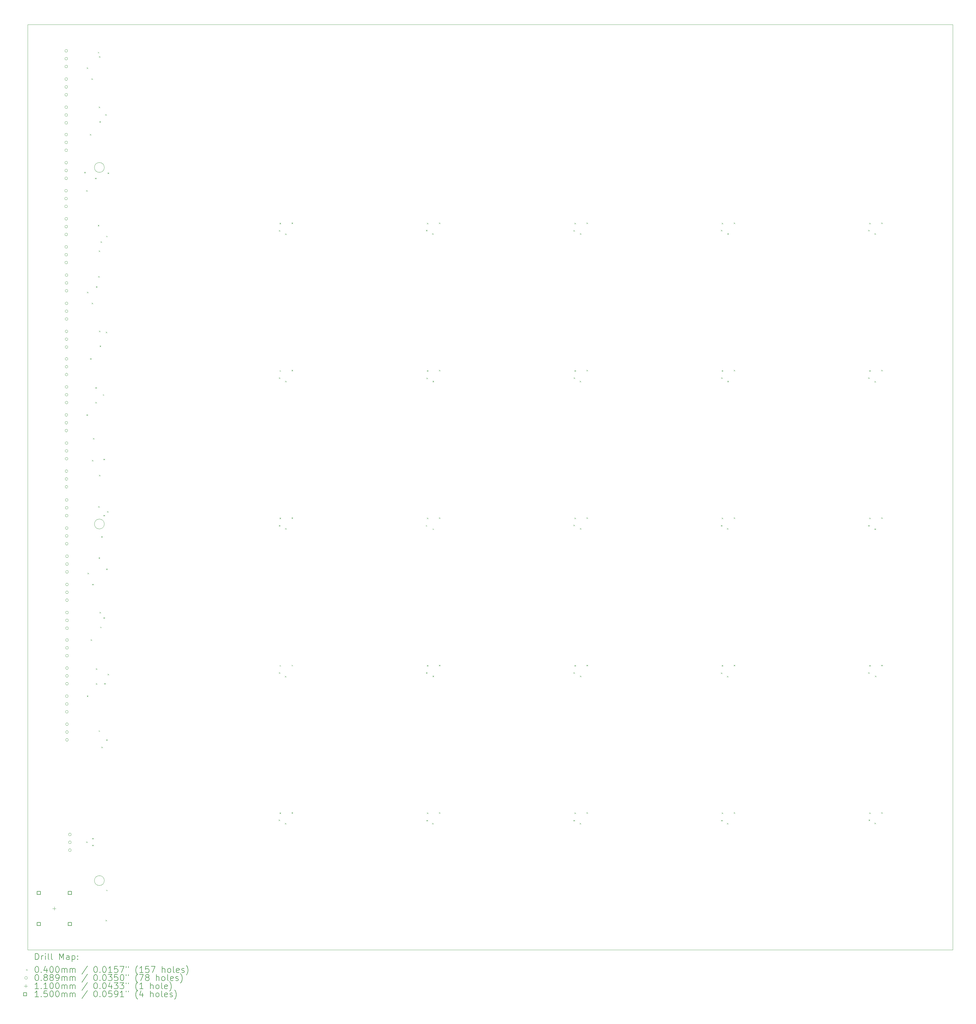
<source format=gbr>
%TF.GenerationSoftware,KiCad,Pcbnew,(6.0.8-1)-1*%
%TF.CreationDate,2024-05-09T21:57:36-04:00*%
%TF.ProjectId,Untitled,556e7469-746c-4656-942e-6b696361645f,rev?*%
%TF.SameCoordinates,Original*%
%TF.FileFunction,Drillmap*%
%TF.FilePolarity,Positive*%
%FSLAX45Y45*%
G04 Gerber Fmt 4.5, Leading zero omitted, Abs format (unit mm)*
G04 Created by KiCad (PCBNEW (6.0.8-1)-1) date 2024-05-09 21:57:36*
%MOMM*%
%LPD*%
G01*
G04 APERTURE LIST*
%ADD10C,0.100000*%
%ADD11C,0.200000*%
%ADD12C,0.040000*%
%ADD13C,0.088900*%
%ADD14C,0.110000*%
%ADD15C,0.150000*%
G04 APERTURE END LIST*
D10*
X7160000Y-30506000D02*
G75*
G03*
X7160000Y-30506000I-160000J0D01*
G01*
X4672000Y-2751000D02*
X34672000Y-2751000D01*
X34672000Y-2751000D02*
X34672000Y-32751000D01*
X34672000Y-32751000D02*
X4672000Y-32751000D01*
X4672000Y-32751000D02*
X4672000Y-2751000D01*
X7160000Y-18946000D02*
G75*
G03*
X7160000Y-18946000I-160000J0D01*
G01*
X7160000Y-7386000D02*
G75*
G03*
X7160000Y-7386000I-160000J0D01*
G01*
D11*
D12*
X6510000Y-7530000D02*
X6550000Y-7570000D01*
X6550000Y-7530000D02*
X6510000Y-7570000D01*
X6570000Y-8120000D02*
X6610000Y-8160000D01*
X6610000Y-8120000D02*
X6570000Y-8160000D01*
X6573750Y-29238750D02*
X6613750Y-29278750D01*
X6613750Y-29238750D02*
X6573750Y-29278750D01*
X6580000Y-15390000D02*
X6620000Y-15430000D01*
X6620000Y-15390000D02*
X6580000Y-15430000D01*
X6590000Y-4143751D02*
X6630000Y-4183751D01*
X6630000Y-4143751D02*
X6590000Y-4183751D01*
X6595000Y-24505000D02*
X6635000Y-24545000D01*
X6635000Y-24505000D02*
X6595000Y-24545000D01*
X6600000Y-11413751D02*
X6640000Y-11453751D01*
X6640000Y-11413751D02*
X6600000Y-11453751D01*
X6615000Y-20528751D02*
X6655000Y-20568751D01*
X6655000Y-20528751D02*
X6615000Y-20568751D01*
X6691250Y-6301250D02*
X6731250Y-6341250D01*
X6731250Y-6301250D02*
X6691250Y-6341250D01*
X6701250Y-13571250D02*
X6741250Y-13611250D01*
X6741250Y-13571250D02*
X6701250Y-13611250D01*
X6716250Y-22686250D02*
X6756250Y-22726250D01*
X6756250Y-22686250D02*
X6716250Y-22726250D01*
X6741250Y-4501250D02*
X6781250Y-4541250D01*
X6781250Y-4501250D02*
X6741250Y-4541250D01*
X6751250Y-11771250D02*
X6791250Y-11811250D01*
X6791250Y-11771250D02*
X6751250Y-11811250D01*
X6760000Y-16870000D02*
X6800000Y-16910000D01*
X6800000Y-16870000D02*
X6760000Y-16910000D01*
X6766250Y-20886250D02*
X6806250Y-20926250D01*
X6806250Y-20886250D02*
X6766250Y-20926250D01*
X6768750Y-29123750D02*
X6808750Y-29163750D01*
X6808750Y-29123750D02*
X6768750Y-29163750D01*
X6768750Y-29343750D02*
X6808750Y-29383750D01*
X6808750Y-29343750D02*
X6768750Y-29383750D01*
X6790000Y-16160000D02*
X6830000Y-16200000D01*
X6830000Y-16160000D02*
X6790000Y-16200000D01*
X6860000Y-7720000D02*
X6900000Y-7760000D01*
X6900000Y-7720000D02*
X6860000Y-7760000D01*
X6870000Y-14510000D02*
X6910000Y-14550000D01*
X6910000Y-14510000D02*
X6870000Y-14550000D01*
X6870000Y-14990000D02*
X6910000Y-15030000D01*
X6910000Y-14990000D02*
X6870000Y-15030000D01*
X6885000Y-23625000D02*
X6925000Y-23665000D01*
X6925000Y-23625000D02*
X6885000Y-23665000D01*
X6885000Y-24105000D02*
X6925000Y-24145000D01*
X6925000Y-24105000D02*
X6885000Y-24145000D01*
X6890000Y-11240000D02*
X6930000Y-11280000D01*
X6930000Y-11240000D02*
X6890000Y-11280000D01*
X6950000Y-3640000D02*
X6990000Y-3680000D01*
X6990000Y-3640000D02*
X6950000Y-3680000D01*
X6950000Y-9250000D02*
X6990000Y-9290000D01*
X6990000Y-9250000D02*
X6950000Y-9290000D01*
X6960000Y-10910000D02*
X7000000Y-10950000D01*
X7000000Y-10910000D02*
X6960000Y-10950000D01*
X6965000Y-18365000D02*
X7005000Y-18405000D01*
X7005000Y-18365000D02*
X6965000Y-18405000D01*
X6975000Y-20025000D02*
X7015000Y-20065000D01*
X7015000Y-20025000D02*
X6975000Y-20065000D01*
X6975000Y-25635000D02*
X7015000Y-25675000D01*
X7015000Y-25635000D02*
X6975000Y-25675000D01*
X6980000Y-5410000D02*
X7020000Y-5450000D01*
X7020000Y-5410000D02*
X6980000Y-5450000D01*
X6980000Y-10080000D02*
X7020000Y-10120000D01*
X7020000Y-10080000D02*
X6980000Y-10120000D01*
X6990000Y-3780000D02*
X7030000Y-3820000D01*
X7030000Y-3780000D02*
X6990000Y-3820000D01*
X6990000Y-12680000D02*
X7030000Y-12720000D01*
X7030000Y-12680000D02*
X6990000Y-12720000D01*
X6990000Y-17350000D02*
X7030000Y-17390000D01*
X7030000Y-17350000D02*
X6990000Y-17390000D01*
X7000000Y-5890000D02*
X7040000Y-5930000D01*
X7040000Y-5890000D02*
X7000000Y-5930000D01*
X7005000Y-21795000D02*
X7045000Y-21835000D01*
X7045000Y-21795000D02*
X7005000Y-21835000D01*
X7010000Y-13160000D02*
X7050000Y-13200000D01*
X7050000Y-13160000D02*
X7010000Y-13200000D01*
X7025000Y-22275000D02*
X7065000Y-22315000D01*
X7065000Y-22275000D02*
X7025000Y-22315000D01*
X7040000Y-9780000D02*
X7080000Y-9820000D01*
X7080000Y-9780000D02*
X7040000Y-9820000D01*
X7060000Y-19340000D02*
X7100000Y-19380000D01*
X7100000Y-19340000D02*
X7060000Y-19380000D01*
X7065000Y-26165000D02*
X7105000Y-26205000D01*
X7105000Y-26165000D02*
X7065000Y-26205000D01*
X7110000Y-14740000D02*
X7150000Y-14780000D01*
X7150000Y-14740000D02*
X7110000Y-14780000D01*
X7130000Y-16830000D02*
X7170000Y-16870000D01*
X7170000Y-16830000D02*
X7130000Y-16870000D01*
X7130000Y-18650000D02*
X7170000Y-18690000D01*
X7170000Y-18650000D02*
X7130000Y-18690000D01*
X7130000Y-21970000D02*
X7170000Y-22010000D01*
X7170000Y-21970000D02*
X7130000Y-22010000D01*
X7160000Y-24103750D02*
X7200000Y-24143750D01*
X7200000Y-24103750D02*
X7160000Y-24143750D01*
X7190000Y-5660000D02*
X7230000Y-5700000D01*
X7230000Y-5660000D02*
X7190000Y-5700000D01*
X7200000Y-31780000D02*
X7240000Y-31820000D01*
X7240000Y-31780000D02*
X7200000Y-31820000D01*
X7210000Y-12710000D02*
X7250000Y-12750000D01*
X7250000Y-12710000D02*
X7210000Y-12750000D01*
X7220000Y-9600000D02*
X7260000Y-9640000D01*
X7260000Y-9600000D02*
X7220000Y-9640000D01*
X7220000Y-20390000D02*
X7260000Y-20430000D01*
X7260000Y-20390000D02*
X7220000Y-20430000D01*
X7220000Y-25930000D02*
X7260000Y-25970000D01*
X7260000Y-25930000D02*
X7220000Y-25970000D01*
X7220000Y-30800000D02*
X7260000Y-30840000D01*
X7260000Y-30800000D02*
X7220000Y-30840000D01*
X7250000Y-18530000D02*
X7290000Y-18570000D01*
X7290000Y-18530000D02*
X7250000Y-18570000D01*
X7270000Y-7550000D02*
X7310000Y-7590000D01*
X7310000Y-7550000D02*
X7270000Y-7590000D01*
X7270000Y-23800000D02*
X7310000Y-23840000D01*
X7310000Y-23800000D02*
X7270000Y-23840000D01*
X12813000Y-28530000D02*
X12853000Y-28570000D01*
X12853000Y-28530000D02*
X12813000Y-28570000D01*
X12823000Y-9420000D02*
X12863000Y-9460000D01*
X12863000Y-9420000D02*
X12823000Y-9460000D01*
X12823000Y-14190000D02*
X12863000Y-14230000D01*
X12863000Y-14190000D02*
X12823000Y-14230000D01*
X12823000Y-18980000D02*
X12863000Y-19020000D01*
X12863000Y-18980000D02*
X12823000Y-19020000D01*
X12823000Y-23750000D02*
X12863000Y-23790000D01*
X12863000Y-23750000D02*
X12823000Y-23790000D01*
X12843000Y-9180000D02*
X12883000Y-9220000D01*
X12883000Y-9180000D02*
X12843000Y-9220000D01*
X12843000Y-13960000D02*
X12883000Y-14000000D01*
X12883000Y-13960000D02*
X12843000Y-14000000D01*
X12843000Y-18740000D02*
X12883000Y-18780000D01*
X12883000Y-18740000D02*
X12843000Y-18780000D01*
X12843000Y-23520000D02*
X12883000Y-23560000D01*
X12883000Y-23520000D02*
X12843000Y-23560000D01*
X12843000Y-28300000D02*
X12883000Y-28340000D01*
X12883000Y-28300000D02*
X12843000Y-28340000D01*
X13013000Y-23870000D02*
X13053000Y-23910000D01*
X13053000Y-23870000D02*
X13013000Y-23910000D01*
X13013000Y-28640000D02*
X13053000Y-28680000D01*
X13053000Y-28640000D02*
X13013000Y-28680000D01*
X13023000Y-9530000D02*
X13063000Y-9570000D01*
X13063000Y-9530000D02*
X13023000Y-9570000D01*
X13023000Y-14300000D02*
X13063000Y-14340000D01*
X13063000Y-14300000D02*
X13023000Y-14340000D01*
X13023000Y-19080000D02*
X13063000Y-19120000D01*
X13063000Y-19080000D02*
X13023000Y-19120000D01*
X13233000Y-9170000D02*
X13273000Y-9210000D01*
X13273000Y-9170000D02*
X13233000Y-9210000D01*
X13233000Y-13950000D02*
X13273000Y-13990000D01*
X13273000Y-13950000D02*
X13233000Y-13990000D01*
X13233000Y-18730000D02*
X13273000Y-18770000D01*
X13273000Y-18730000D02*
X13233000Y-18770000D01*
X13233000Y-23510000D02*
X13273000Y-23550000D01*
X13273000Y-23510000D02*
X13233000Y-23550000D01*
X13233000Y-28290000D02*
X13273000Y-28330000D01*
X13273000Y-28290000D02*
X13233000Y-28330000D01*
X17583000Y-18980000D02*
X17623000Y-19020000D01*
X17623000Y-18980000D02*
X17583000Y-19020000D01*
X17593000Y-9410000D02*
X17633000Y-9450000D01*
X17633000Y-9410000D02*
X17593000Y-9450000D01*
X17593000Y-23750000D02*
X17633000Y-23790000D01*
X17633000Y-23750000D02*
X17593000Y-23790000D01*
X17603000Y-14200000D02*
X17643000Y-14240000D01*
X17643000Y-14200000D02*
X17603000Y-14240000D01*
X17603000Y-28540000D02*
X17643000Y-28580000D01*
X17643000Y-28540000D02*
X17603000Y-28580000D01*
X17623000Y-9180000D02*
X17663000Y-9220000D01*
X17663000Y-9180000D02*
X17623000Y-9220000D01*
X17623000Y-13960000D02*
X17663000Y-14000000D01*
X17663000Y-13960000D02*
X17623000Y-14000000D01*
X17623000Y-18740000D02*
X17663000Y-18780000D01*
X17663000Y-18740000D02*
X17623000Y-18780000D01*
X17623000Y-23520000D02*
X17663000Y-23560000D01*
X17663000Y-23520000D02*
X17623000Y-23560000D01*
X17623000Y-28300000D02*
X17663000Y-28340000D01*
X17663000Y-28300000D02*
X17623000Y-28340000D01*
X17793000Y-9520000D02*
X17833000Y-9560000D01*
X17833000Y-9520000D02*
X17793000Y-9560000D01*
X17793000Y-28640000D02*
X17833000Y-28680000D01*
X17833000Y-28640000D02*
X17793000Y-28680000D01*
X17803000Y-14300000D02*
X17843000Y-14340000D01*
X17843000Y-14300000D02*
X17803000Y-14340000D01*
X17803000Y-19090000D02*
X17843000Y-19130000D01*
X17843000Y-19090000D02*
X17803000Y-19130000D01*
X17803000Y-23860000D02*
X17843000Y-23900000D01*
X17843000Y-23860000D02*
X17803000Y-23900000D01*
X18013000Y-9170000D02*
X18053000Y-9210000D01*
X18053000Y-9170000D02*
X18013000Y-9210000D01*
X18013000Y-13950000D02*
X18053000Y-13990000D01*
X18053000Y-13950000D02*
X18013000Y-13990000D01*
X18013000Y-18730000D02*
X18053000Y-18770000D01*
X18053000Y-18730000D02*
X18013000Y-18770000D01*
X18013000Y-23510000D02*
X18053000Y-23550000D01*
X18053000Y-23510000D02*
X18013000Y-23550000D01*
X18013000Y-28290000D02*
X18053000Y-28330000D01*
X18053000Y-28290000D02*
X18013000Y-28330000D01*
X22373000Y-9420000D02*
X22413000Y-9460000D01*
X22413000Y-9420000D02*
X22373000Y-9460000D01*
X22373000Y-18970000D02*
X22413000Y-19010000D01*
X22413000Y-18970000D02*
X22373000Y-19010000D01*
X22373000Y-23750000D02*
X22413000Y-23790000D01*
X22413000Y-23750000D02*
X22373000Y-23790000D01*
X22373000Y-28540000D02*
X22413000Y-28580000D01*
X22413000Y-28540000D02*
X22373000Y-28580000D01*
X22383000Y-14190000D02*
X22423000Y-14230000D01*
X22423000Y-14190000D02*
X22383000Y-14230000D01*
X22403000Y-9180000D02*
X22443000Y-9220000D01*
X22443000Y-9180000D02*
X22403000Y-9220000D01*
X22403000Y-13960000D02*
X22443000Y-14000000D01*
X22443000Y-13960000D02*
X22403000Y-14000000D01*
X22403000Y-18740000D02*
X22443000Y-18780000D01*
X22443000Y-18740000D02*
X22403000Y-18780000D01*
X22403000Y-23520000D02*
X22443000Y-23560000D01*
X22443000Y-23520000D02*
X22403000Y-23560000D01*
X22403000Y-28300000D02*
X22443000Y-28340000D01*
X22443000Y-28300000D02*
X22403000Y-28340000D01*
X22573000Y-14300000D02*
X22613000Y-14340000D01*
X22613000Y-14300000D02*
X22573000Y-14340000D01*
X22573000Y-28640000D02*
X22613000Y-28680000D01*
X22613000Y-28640000D02*
X22573000Y-28680000D01*
X22583000Y-9520000D02*
X22623000Y-9560000D01*
X22623000Y-9520000D02*
X22583000Y-9560000D01*
X22583000Y-19080000D02*
X22623000Y-19120000D01*
X22623000Y-19080000D02*
X22583000Y-19120000D01*
X22583000Y-23860000D02*
X22623000Y-23900000D01*
X22623000Y-23860000D02*
X22583000Y-23900000D01*
X22793000Y-9170000D02*
X22833000Y-9210000D01*
X22833000Y-9170000D02*
X22793000Y-9210000D01*
X22793000Y-13950000D02*
X22833000Y-13990000D01*
X22833000Y-13950000D02*
X22793000Y-13990000D01*
X22793000Y-18730000D02*
X22833000Y-18770000D01*
X22833000Y-18730000D02*
X22793000Y-18770000D01*
X22793000Y-23510000D02*
X22833000Y-23550000D01*
X22833000Y-23510000D02*
X22793000Y-23550000D01*
X22793000Y-28290000D02*
X22833000Y-28330000D01*
X22833000Y-28290000D02*
X22793000Y-28330000D01*
X27153000Y-9410000D02*
X27193000Y-9450000D01*
X27193000Y-9410000D02*
X27153000Y-9450000D01*
X27153000Y-18980000D02*
X27193000Y-19020000D01*
X27193000Y-18980000D02*
X27153000Y-19020000D01*
X27153000Y-23760000D02*
X27193000Y-23800000D01*
X27193000Y-23760000D02*
X27153000Y-23800000D01*
X27163000Y-14190000D02*
X27203000Y-14230000D01*
X27203000Y-14190000D02*
X27163000Y-14230000D01*
X27163000Y-28540000D02*
X27203000Y-28580000D01*
X27203000Y-28540000D02*
X27163000Y-28580000D01*
X27183000Y-9180000D02*
X27223000Y-9220000D01*
X27223000Y-9180000D02*
X27183000Y-9220000D01*
X27183000Y-13960000D02*
X27223000Y-14000000D01*
X27223000Y-13960000D02*
X27183000Y-14000000D01*
X27183000Y-18740000D02*
X27223000Y-18780000D01*
X27223000Y-18740000D02*
X27183000Y-18780000D01*
X27183000Y-23520000D02*
X27223000Y-23560000D01*
X27223000Y-23520000D02*
X27183000Y-23560000D01*
X27183000Y-28300000D02*
X27223000Y-28340000D01*
X27223000Y-28300000D02*
X27183000Y-28340000D01*
X27353000Y-19080000D02*
X27393000Y-19120000D01*
X27393000Y-19080000D02*
X27353000Y-19120000D01*
X27353000Y-23870000D02*
X27393000Y-23910000D01*
X27393000Y-23870000D02*
X27353000Y-23910000D01*
X27353000Y-28640000D02*
X27393000Y-28680000D01*
X27393000Y-28640000D02*
X27353000Y-28680000D01*
X27363000Y-9520000D02*
X27403000Y-9560000D01*
X27403000Y-9520000D02*
X27363000Y-9560000D01*
X27363000Y-14300000D02*
X27403000Y-14340000D01*
X27403000Y-14300000D02*
X27363000Y-14340000D01*
X27573000Y-9170000D02*
X27613000Y-9210000D01*
X27613000Y-9170000D02*
X27573000Y-9210000D01*
X27573000Y-13950000D02*
X27613000Y-13990000D01*
X27613000Y-13950000D02*
X27573000Y-13990000D01*
X27573000Y-18730000D02*
X27613000Y-18770000D01*
X27613000Y-18730000D02*
X27573000Y-18770000D01*
X27573000Y-23510000D02*
X27613000Y-23550000D01*
X27613000Y-23510000D02*
X27573000Y-23550000D01*
X27573000Y-28290000D02*
X27613000Y-28330000D01*
X27613000Y-28290000D02*
X27573000Y-28330000D01*
X31933000Y-9410000D02*
X31973000Y-9450000D01*
X31973000Y-9410000D02*
X31933000Y-9450000D01*
X31933000Y-14190000D02*
X31973000Y-14230000D01*
X31973000Y-14190000D02*
X31933000Y-14230000D01*
X31933000Y-18980000D02*
X31973000Y-19020000D01*
X31973000Y-18980000D02*
X31933000Y-19020000D01*
X31933000Y-23750000D02*
X31973000Y-23790000D01*
X31973000Y-23750000D02*
X31933000Y-23790000D01*
X31943000Y-28530000D02*
X31983000Y-28570000D01*
X31983000Y-28530000D02*
X31943000Y-28570000D01*
X31963000Y-9180000D02*
X32003000Y-9220000D01*
X32003000Y-9180000D02*
X31963000Y-9220000D01*
X31963000Y-13960000D02*
X32003000Y-14000000D01*
X32003000Y-13960000D02*
X31963000Y-14000000D01*
X31963000Y-18740000D02*
X32003000Y-18780000D01*
X32003000Y-18740000D02*
X31963000Y-18780000D01*
X31963000Y-23520000D02*
X32003000Y-23560000D01*
X32003000Y-23520000D02*
X31963000Y-23560000D01*
X31963000Y-28300000D02*
X32003000Y-28340000D01*
X32003000Y-28300000D02*
X31963000Y-28340000D01*
X32133000Y-9520000D02*
X32173000Y-9560000D01*
X32173000Y-9520000D02*
X32133000Y-9560000D01*
X32133000Y-14310000D02*
X32173000Y-14350000D01*
X32173000Y-14310000D02*
X32133000Y-14350000D01*
X32133000Y-19090000D02*
X32173000Y-19130000D01*
X32173000Y-19090000D02*
X32133000Y-19130000D01*
X32133000Y-28630000D02*
X32173000Y-28670000D01*
X32173000Y-28630000D02*
X32133000Y-28670000D01*
X32153000Y-23860000D02*
X32193000Y-23900000D01*
X32193000Y-23860000D02*
X32153000Y-23900000D01*
X32353000Y-9170000D02*
X32393000Y-9210000D01*
X32393000Y-9170000D02*
X32353000Y-9210000D01*
X32353000Y-13950000D02*
X32393000Y-13990000D01*
X32393000Y-13950000D02*
X32353000Y-13990000D01*
X32353000Y-18730000D02*
X32393000Y-18770000D01*
X32393000Y-18730000D02*
X32353000Y-18770000D01*
X32353000Y-23510000D02*
X32393000Y-23550000D01*
X32393000Y-23510000D02*
X32353000Y-23550000D01*
X32353000Y-28290000D02*
X32393000Y-28330000D01*
X32393000Y-28290000D02*
X32353000Y-28330000D01*
D13*
X5964450Y-8140000D02*
G75*
G03*
X5964450Y-8140000I-44450J0D01*
G01*
X5964450Y-8394000D02*
G75*
G03*
X5964450Y-8394000I-44450J0D01*
G01*
X5964450Y-8648000D02*
G75*
G03*
X5964450Y-8648000I-44450J0D01*
G01*
X5969460Y-3604750D02*
G75*
G03*
X5969460Y-3604750I-44450J0D01*
G01*
X5969460Y-3858750D02*
G75*
G03*
X5969460Y-3858750I-44450J0D01*
G01*
X5969460Y-4112750D02*
G75*
G03*
X5969460Y-4112750I-44450J0D01*
G01*
X5969460Y-4521250D02*
G75*
G03*
X5969460Y-4521250I-44450J0D01*
G01*
X5969460Y-4775250D02*
G75*
G03*
X5969460Y-4775250I-44450J0D01*
G01*
X5969460Y-5029250D02*
G75*
G03*
X5969460Y-5029250I-44450J0D01*
G01*
X5969460Y-5430750D02*
G75*
G03*
X5969460Y-5430750I-44450J0D01*
G01*
X5969460Y-5684750D02*
G75*
G03*
X5969460Y-5684750I-44450J0D01*
G01*
X5969460Y-5938750D02*
G75*
G03*
X5969460Y-5938750I-44450J0D01*
G01*
X5969460Y-6321250D02*
G75*
G03*
X5969460Y-6321250I-44450J0D01*
G01*
X5969460Y-6575250D02*
G75*
G03*
X5969460Y-6575250I-44450J0D01*
G01*
X5969460Y-6829250D02*
G75*
G03*
X5969460Y-6829250I-44450J0D01*
G01*
X5969460Y-7230750D02*
G75*
G03*
X5969460Y-7230750I-44450J0D01*
G01*
X5969460Y-7484750D02*
G75*
G03*
X5969460Y-7484750I-44450J0D01*
G01*
X5969460Y-7738750D02*
G75*
G03*
X5969460Y-7738750I-44450J0D01*
G01*
X5969460Y-9050750D02*
G75*
G03*
X5969460Y-9050750I-44450J0D01*
G01*
X5969460Y-9304750D02*
G75*
G03*
X5969460Y-9304750I-44450J0D01*
G01*
X5969460Y-9558750D02*
G75*
G03*
X5969460Y-9558750I-44450J0D01*
G01*
X5969460Y-9961250D02*
G75*
G03*
X5969460Y-9961250I-44450J0D01*
G01*
X5969460Y-10215250D02*
G75*
G03*
X5969460Y-10215250I-44450J0D01*
G01*
X5969460Y-10469250D02*
G75*
G03*
X5969460Y-10469250I-44450J0D01*
G01*
X5974450Y-15410000D02*
G75*
G03*
X5974450Y-15410000I-44450J0D01*
G01*
X5974450Y-15664000D02*
G75*
G03*
X5974450Y-15664000I-44450J0D01*
G01*
X5974450Y-15918000D02*
G75*
G03*
X5974450Y-15918000I-44450J0D01*
G01*
X5979460Y-10874750D02*
G75*
G03*
X5979460Y-10874750I-44450J0D01*
G01*
X5979460Y-11128750D02*
G75*
G03*
X5979460Y-11128750I-44450J0D01*
G01*
X5979460Y-11382750D02*
G75*
G03*
X5979460Y-11382750I-44450J0D01*
G01*
X5979460Y-11791250D02*
G75*
G03*
X5979460Y-11791250I-44450J0D01*
G01*
X5979460Y-12045250D02*
G75*
G03*
X5979460Y-12045250I-44450J0D01*
G01*
X5979460Y-12299250D02*
G75*
G03*
X5979460Y-12299250I-44450J0D01*
G01*
X5979460Y-12700750D02*
G75*
G03*
X5979460Y-12700750I-44450J0D01*
G01*
X5979460Y-12954750D02*
G75*
G03*
X5979460Y-12954750I-44450J0D01*
G01*
X5979460Y-13208750D02*
G75*
G03*
X5979460Y-13208750I-44450J0D01*
G01*
X5979460Y-13591250D02*
G75*
G03*
X5979460Y-13591250I-44450J0D01*
G01*
X5979460Y-13845250D02*
G75*
G03*
X5979460Y-13845250I-44450J0D01*
G01*
X5979460Y-14099250D02*
G75*
G03*
X5979460Y-14099250I-44450J0D01*
G01*
X5979460Y-14500750D02*
G75*
G03*
X5979460Y-14500750I-44450J0D01*
G01*
X5979460Y-14754750D02*
G75*
G03*
X5979460Y-14754750I-44450J0D01*
G01*
X5979460Y-15008750D02*
G75*
G03*
X5979460Y-15008750I-44450J0D01*
G01*
X5979460Y-16320750D02*
G75*
G03*
X5979460Y-16320750I-44450J0D01*
G01*
X5979460Y-16574750D02*
G75*
G03*
X5979460Y-16574750I-44450J0D01*
G01*
X5979460Y-16828750D02*
G75*
G03*
X5979460Y-16828750I-44450J0D01*
G01*
X5979460Y-17231250D02*
G75*
G03*
X5979460Y-17231250I-44450J0D01*
G01*
X5979460Y-17485250D02*
G75*
G03*
X5979460Y-17485250I-44450J0D01*
G01*
X5979460Y-17739250D02*
G75*
G03*
X5979460Y-17739250I-44450J0D01*
G01*
X5984460Y-18165750D02*
G75*
G03*
X5984460Y-18165750I-44450J0D01*
G01*
X5984460Y-18419750D02*
G75*
G03*
X5984460Y-18419750I-44450J0D01*
G01*
X5984460Y-18673750D02*
G75*
G03*
X5984460Y-18673750I-44450J0D01*
G01*
X5984460Y-19076250D02*
G75*
G03*
X5984460Y-19076250I-44450J0D01*
G01*
X5984460Y-19330250D02*
G75*
G03*
X5984460Y-19330250I-44450J0D01*
G01*
X5984460Y-19584250D02*
G75*
G03*
X5984460Y-19584250I-44450J0D01*
G01*
X5989450Y-24525000D02*
G75*
G03*
X5989450Y-24525000I-44450J0D01*
G01*
X5989450Y-24779000D02*
G75*
G03*
X5989450Y-24779000I-44450J0D01*
G01*
X5989450Y-25033000D02*
G75*
G03*
X5989450Y-25033000I-44450J0D01*
G01*
X5994460Y-19989750D02*
G75*
G03*
X5994460Y-19989750I-44450J0D01*
G01*
X5994460Y-20243750D02*
G75*
G03*
X5994460Y-20243750I-44450J0D01*
G01*
X5994460Y-20497750D02*
G75*
G03*
X5994460Y-20497750I-44450J0D01*
G01*
X5994460Y-20906250D02*
G75*
G03*
X5994460Y-20906250I-44450J0D01*
G01*
X5994460Y-21160250D02*
G75*
G03*
X5994460Y-21160250I-44450J0D01*
G01*
X5994460Y-21414250D02*
G75*
G03*
X5994460Y-21414250I-44450J0D01*
G01*
X5994460Y-21815750D02*
G75*
G03*
X5994460Y-21815750I-44450J0D01*
G01*
X5994460Y-22069750D02*
G75*
G03*
X5994460Y-22069750I-44450J0D01*
G01*
X5994460Y-22323750D02*
G75*
G03*
X5994460Y-22323750I-44450J0D01*
G01*
X5994460Y-22706250D02*
G75*
G03*
X5994460Y-22706250I-44450J0D01*
G01*
X5994460Y-22960250D02*
G75*
G03*
X5994460Y-22960250I-44450J0D01*
G01*
X5994460Y-23214250D02*
G75*
G03*
X5994460Y-23214250I-44450J0D01*
G01*
X5994460Y-23615750D02*
G75*
G03*
X5994460Y-23615750I-44450J0D01*
G01*
X5994460Y-23869750D02*
G75*
G03*
X5994460Y-23869750I-44450J0D01*
G01*
X5994460Y-24123750D02*
G75*
G03*
X5994460Y-24123750I-44450J0D01*
G01*
X5994460Y-25435750D02*
G75*
G03*
X5994460Y-25435750I-44450J0D01*
G01*
X5994460Y-25689750D02*
G75*
G03*
X5994460Y-25689750I-44450J0D01*
G01*
X5994460Y-25943750D02*
G75*
G03*
X5994460Y-25943750I-44450J0D01*
G01*
X6088210Y-29010000D02*
G75*
G03*
X6088210Y-29010000I-44450J0D01*
G01*
X6088210Y-29264000D02*
G75*
G03*
X6088210Y-29264000I-44450J0D01*
G01*
X6088210Y-29518000D02*
G75*
G03*
X6088210Y-29518000I-44450J0D01*
G01*
D14*
X5538750Y-31353750D02*
X5538750Y-31463750D01*
X5483750Y-31408750D02*
X5593750Y-31408750D01*
D15*
X5089284Y-30959283D02*
X5089284Y-30853216D01*
X4983217Y-30853216D01*
X4983217Y-30959283D01*
X5089284Y-30959283D01*
X5089284Y-31964283D02*
X5089284Y-31858216D01*
X4983217Y-31858216D01*
X4983217Y-31964283D01*
X5089284Y-31964283D01*
X6094283Y-30959283D02*
X6094283Y-30853216D01*
X5988216Y-30853216D01*
X5988216Y-30959283D01*
X6094283Y-30959283D01*
X6094283Y-31964283D02*
X6094283Y-31858216D01*
X5988216Y-31858216D01*
X5988216Y-31964283D01*
X6094283Y-31964283D01*
D11*
X4924619Y-33066476D02*
X4924619Y-32866476D01*
X4972238Y-32866476D01*
X5000810Y-32876000D01*
X5019857Y-32895048D01*
X5029381Y-32914095D01*
X5038905Y-32952190D01*
X5038905Y-32980762D01*
X5029381Y-33018857D01*
X5019857Y-33037905D01*
X5000810Y-33056952D01*
X4972238Y-33066476D01*
X4924619Y-33066476D01*
X5124619Y-33066476D02*
X5124619Y-32933143D01*
X5124619Y-32971238D02*
X5134143Y-32952190D01*
X5143667Y-32942667D01*
X5162714Y-32933143D01*
X5181762Y-32933143D01*
X5248429Y-33066476D02*
X5248429Y-32933143D01*
X5248429Y-32866476D02*
X5238905Y-32876000D01*
X5248429Y-32885524D01*
X5257952Y-32876000D01*
X5248429Y-32866476D01*
X5248429Y-32885524D01*
X5372238Y-33066476D02*
X5353190Y-33056952D01*
X5343667Y-33037905D01*
X5343667Y-32866476D01*
X5477000Y-33066476D02*
X5457952Y-33056952D01*
X5448429Y-33037905D01*
X5448429Y-32866476D01*
X5705571Y-33066476D02*
X5705571Y-32866476D01*
X5772238Y-33009333D01*
X5838905Y-32866476D01*
X5838905Y-33066476D01*
X6019857Y-33066476D02*
X6019857Y-32961714D01*
X6010333Y-32942667D01*
X5991286Y-32933143D01*
X5953190Y-32933143D01*
X5934143Y-32942667D01*
X6019857Y-33056952D02*
X6000809Y-33066476D01*
X5953190Y-33066476D01*
X5934143Y-33056952D01*
X5924619Y-33037905D01*
X5924619Y-33018857D01*
X5934143Y-32999809D01*
X5953190Y-32990286D01*
X6000809Y-32990286D01*
X6019857Y-32980762D01*
X6115095Y-32933143D02*
X6115095Y-33133143D01*
X6115095Y-32942667D02*
X6134143Y-32933143D01*
X6172238Y-32933143D01*
X6191286Y-32942667D01*
X6200809Y-32952190D01*
X6210333Y-32971238D01*
X6210333Y-33028381D01*
X6200809Y-33047428D01*
X6191286Y-33056952D01*
X6172238Y-33066476D01*
X6134143Y-33066476D01*
X6115095Y-33056952D01*
X6296048Y-33047428D02*
X6305571Y-33056952D01*
X6296048Y-33066476D01*
X6286524Y-33056952D01*
X6296048Y-33047428D01*
X6296048Y-33066476D01*
X6296048Y-32942667D02*
X6305571Y-32952190D01*
X6296048Y-32961714D01*
X6286524Y-32952190D01*
X6296048Y-32942667D01*
X6296048Y-32961714D01*
D12*
X4627000Y-33376000D02*
X4667000Y-33416000D01*
X4667000Y-33376000D02*
X4627000Y-33416000D01*
D11*
X4962714Y-33286476D02*
X4981762Y-33286476D01*
X5000810Y-33296000D01*
X5010333Y-33305524D01*
X5019857Y-33324571D01*
X5029381Y-33362667D01*
X5029381Y-33410286D01*
X5019857Y-33448381D01*
X5010333Y-33467428D01*
X5000810Y-33476952D01*
X4981762Y-33486476D01*
X4962714Y-33486476D01*
X4943667Y-33476952D01*
X4934143Y-33467428D01*
X4924619Y-33448381D01*
X4915095Y-33410286D01*
X4915095Y-33362667D01*
X4924619Y-33324571D01*
X4934143Y-33305524D01*
X4943667Y-33296000D01*
X4962714Y-33286476D01*
X5115095Y-33467428D02*
X5124619Y-33476952D01*
X5115095Y-33486476D01*
X5105571Y-33476952D01*
X5115095Y-33467428D01*
X5115095Y-33486476D01*
X5296048Y-33353143D02*
X5296048Y-33486476D01*
X5248429Y-33276952D02*
X5200810Y-33419809D01*
X5324619Y-33419809D01*
X5438905Y-33286476D02*
X5457952Y-33286476D01*
X5477000Y-33296000D01*
X5486524Y-33305524D01*
X5496048Y-33324571D01*
X5505571Y-33362667D01*
X5505571Y-33410286D01*
X5496048Y-33448381D01*
X5486524Y-33467428D01*
X5477000Y-33476952D01*
X5457952Y-33486476D01*
X5438905Y-33486476D01*
X5419857Y-33476952D01*
X5410333Y-33467428D01*
X5400810Y-33448381D01*
X5391286Y-33410286D01*
X5391286Y-33362667D01*
X5400810Y-33324571D01*
X5410333Y-33305524D01*
X5419857Y-33296000D01*
X5438905Y-33286476D01*
X5629381Y-33286476D02*
X5648428Y-33286476D01*
X5667476Y-33296000D01*
X5677000Y-33305524D01*
X5686524Y-33324571D01*
X5696048Y-33362667D01*
X5696048Y-33410286D01*
X5686524Y-33448381D01*
X5677000Y-33467428D01*
X5667476Y-33476952D01*
X5648428Y-33486476D01*
X5629381Y-33486476D01*
X5610333Y-33476952D01*
X5600809Y-33467428D01*
X5591286Y-33448381D01*
X5581762Y-33410286D01*
X5581762Y-33362667D01*
X5591286Y-33324571D01*
X5600809Y-33305524D01*
X5610333Y-33296000D01*
X5629381Y-33286476D01*
X5781762Y-33486476D02*
X5781762Y-33353143D01*
X5781762Y-33372190D02*
X5791286Y-33362667D01*
X5810333Y-33353143D01*
X5838905Y-33353143D01*
X5857952Y-33362667D01*
X5867476Y-33381714D01*
X5867476Y-33486476D01*
X5867476Y-33381714D02*
X5877000Y-33362667D01*
X5896048Y-33353143D01*
X5924619Y-33353143D01*
X5943667Y-33362667D01*
X5953190Y-33381714D01*
X5953190Y-33486476D01*
X6048428Y-33486476D02*
X6048428Y-33353143D01*
X6048428Y-33372190D02*
X6057952Y-33362667D01*
X6077000Y-33353143D01*
X6105571Y-33353143D01*
X6124619Y-33362667D01*
X6134143Y-33381714D01*
X6134143Y-33486476D01*
X6134143Y-33381714D02*
X6143667Y-33362667D01*
X6162714Y-33353143D01*
X6191286Y-33353143D01*
X6210333Y-33362667D01*
X6219857Y-33381714D01*
X6219857Y-33486476D01*
X6610333Y-33276952D02*
X6438905Y-33534095D01*
X6867476Y-33286476D02*
X6886524Y-33286476D01*
X6905571Y-33296000D01*
X6915095Y-33305524D01*
X6924619Y-33324571D01*
X6934143Y-33362667D01*
X6934143Y-33410286D01*
X6924619Y-33448381D01*
X6915095Y-33467428D01*
X6905571Y-33476952D01*
X6886524Y-33486476D01*
X6867476Y-33486476D01*
X6848428Y-33476952D01*
X6838905Y-33467428D01*
X6829381Y-33448381D01*
X6819857Y-33410286D01*
X6819857Y-33362667D01*
X6829381Y-33324571D01*
X6838905Y-33305524D01*
X6848428Y-33296000D01*
X6867476Y-33286476D01*
X7019857Y-33467428D02*
X7029381Y-33476952D01*
X7019857Y-33486476D01*
X7010333Y-33476952D01*
X7019857Y-33467428D01*
X7019857Y-33486476D01*
X7153190Y-33286476D02*
X7172238Y-33286476D01*
X7191286Y-33296000D01*
X7200809Y-33305524D01*
X7210333Y-33324571D01*
X7219857Y-33362667D01*
X7219857Y-33410286D01*
X7210333Y-33448381D01*
X7200809Y-33467428D01*
X7191286Y-33476952D01*
X7172238Y-33486476D01*
X7153190Y-33486476D01*
X7134143Y-33476952D01*
X7124619Y-33467428D01*
X7115095Y-33448381D01*
X7105571Y-33410286D01*
X7105571Y-33362667D01*
X7115095Y-33324571D01*
X7124619Y-33305524D01*
X7134143Y-33296000D01*
X7153190Y-33286476D01*
X7410333Y-33486476D02*
X7296048Y-33486476D01*
X7353190Y-33486476D02*
X7353190Y-33286476D01*
X7334143Y-33315048D01*
X7315095Y-33334095D01*
X7296048Y-33343619D01*
X7591286Y-33286476D02*
X7496048Y-33286476D01*
X7486524Y-33381714D01*
X7496048Y-33372190D01*
X7515095Y-33362667D01*
X7562714Y-33362667D01*
X7581762Y-33372190D01*
X7591286Y-33381714D01*
X7600809Y-33400762D01*
X7600809Y-33448381D01*
X7591286Y-33467428D01*
X7581762Y-33476952D01*
X7562714Y-33486476D01*
X7515095Y-33486476D01*
X7496048Y-33476952D01*
X7486524Y-33467428D01*
X7667476Y-33286476D02*
X7800809Y-33286476D01*
X7715095Y-33486476D01*
X7867476Y-33286476D02*
X7867476Y-33324571D01*
X7943667Y-33286476D02*
X7943667Y-33324571D01*
X8238905Y-33562667D02*
X8229381Y-33553143D01*
X8210333Y-33524571D01*
X8200809Y-33505524D01*
X8191286Y-33476952D01*
X8181762Y-33429333D01*
X8181762Y-33391238D01*
X8191286Y-33343619D01*
X8200809Y-33315048D01*
X8210333Y-33296000D01*
X8229381Y-33267428D01*
X8238905Y-33257905D01*
X8419857Y-33486476D02*
X8305571Y-33486476D01*
X8362714Y-33486476D02*
X8362714Y-33286476D01*
X8343667Y-33315048D01*
X8324619Y-33334095D01*
X8305571Y-33343619D01*
X8600810Y-33286476D02*
X8505571Y-33286476D01*
X8496048Y-33381714D01*
X8505571Y-33372190D01*
X8524619Y-33362667D01*
X8572238Y-33362667D01*
X8591286Y-33372190D01*
X8600810Y-33381714D01*
X8610333Y-33400762D01*
X8610333Y-33448381D01*
X8600810Y-33467428D01*
X8591286Y-33476952D01*
X8572238Y-33486476D01*
X8524619Y-33486476D01*
X8505571Y-33476952D01*
X8496048Y-33467428D01*
X8677000Y-33286476D02*
X8810333Y-33286476D01*
X8724619Y-33486476D01*
X9038905Y-33486476D02*
X9038905Y-33286476D01*
X9124619Y-33486476D02*
X9124619Y-33381714D01*
X9115095Y-33362667D01*
X9096048Y-33353143D01*
X9067476Y-33353143D01*
X9048429Y-33362667D01*
X9038905Y-33372190D01*
X9248429Y-33486476D02*
X9229381Y-33476952D01*
X9219857Y-33467428D01*
X9210333Y-33448381D01*
X9210333Y-33391238D01*
X9219857Y-33372190D01*
X9229381Y-33362667D01*
X9248429Y-33353143D01*
X9277000Y-33353143D01*
X9296048Y-33362667D01*
X9305571Y-33372190D01*
X9315095Y-33391238D01*
X9315095Y-33448381D01*
X9305571Y-33467428D01*
X9296048Y-33476952D01*
X9277000Y-33486476D01*
X9248429Y-33486476D01*
X9429381Y-33486476D02*
X9410333Y-33476952D01*
X9400810Y-33457905D01*
X9400810Y-33286476D01*
X9581762Y-33476952D02*
X9562714Y-33486476D01*
X9524619Y-33486476D01*
X9505571Y-33476952D01*
X9496048Y-33457905D01*
X9496048Y-33381714D01*
X9505571Y-33362667D01*
X9524619Y-33353143D01*
X9562714Y-33353143D01*
X9581762Y-33362667D01*
X9591286Y-33381714D01*
X9591286Y-33400762D01*
X9496048Y-33419809D01*
X9667476Y-33476952D02*
X9686524Y-33486476D01*
X9724619Y-33486476D01*
X9743667Y-33476952D01*
X9753190Y-33457905D01*
X9753190Y-33448381D01*
X9743667Y-33429333D01*
X9724619Y-33419809D01*
X9696048Y-33419809D01*
X9677000Y-33410286D01*
X9667476Y-33391238D01*
X9667476Y-33381714D01*
X9677000Y-33362667D01*
X9696048Y-33353143D01*
X9724619Y-33353143D01*
X9743667Y-33362667D01*
X9819857Y-33562667D02*
X9829381Y-33553143D01*
X9848429Y-33524571D01*
X9857952Y-33505524D01*
X9867476Y-33476952D01*
X9877000Y-33429333D01*
X9877000Y-33391238D01*
X9867476Y-33343619D01*
X9857952Y-33315048D01*
X9848429Y-33296000D01*
X9829381Y-33267428D01*
X9819857Y-33257905D01*
D13*
X4667000Y-33660000D02*
G75*
G03*
X4667000Y-33660000I-44450J0D01*
G01*
D11*
X4962714Y-33550476D02*
X4981762Y-33550476D01*
X5000810Y-33560000D01*
X5010333Y-33569524D01*
X5019857Y-33588571D01*
X5029381Y-33626667D01*
X5029381Y-33674286D01*
X5019857Y-33712381D01*
X5010333Y-33731429D01*
X5000810Y-33740952D01*
X4981762Y-33750476D01*
X4962714Y-33750476D01*
X4943667Y-33740952D01*
X4934143Y-33731429D01*
X4924619Y-33712381D01*
X4915095Y-33674286D01*
X4915095Y-33626667D01*
X4924619Y-33588571D01*
X4934143Y-33569524D01*
X4943667Y-33560000D01*
X4962714Y-33550476D01*
X5115095Y-33731429D02*
X5124619Y-33740952D01*
X5115095Y-33750476D01*
X5105571Y-33740952D01*
X5115095Y-33731429D01*
X5115095Y-33750476D01*
X5238905Y-33636190D02*
X5219857Y-33626667D01*
X5210333Y-33617143D01*
X5200810Y-33598095D01*
X5200810Y-33588571D01*
X5210333Y-33569524D01*
X5219857Y-33560000D01*
X5238905Y-33550476D01*
X5277000Y-33550476D01*
X5296048Y-33560000D01*
X5305571Y-33569524D01*
X5315095Y-33588571D01*
X5315095Y-33598095D01*
X5305571Y-33617143D01*
X5296048Y-33626667D01*
X5277000Y-33636190D01*
X5238905Y-33636190D01*
X5219857Y-33645714D01*
X5210333Y-33655238D01*
X5200810Y-33674286D01*
X5200810Y-33712381D01*
X5210333Y-33731429D01*
X5219857Y-33740952D01*
X5238905Y-33750476D01*
X5277000Y-33750476D01*
X5296048Y-33740952D01*
X5305571Y-33731429D01*
X5315095Y-33712381D01*
X5315095Y-33674286D01*
X5305571Y-33655238D01*
X5296048Y-33645714D01*
X5277000Y-33636190D01*
X5429381Y-33636190D02*
X5410333Y-33626667D01*
X5400810Y-33617143D01*
X5391286Y-33598095D01*
X5391286Y-33588571D01*
X5400810Y-33569524D01*
X5410333Y-33560000D01*
X5429381Y-33550476D01*
X5467476Y-33550476D01*
X5486524Y-33560000D01*
X5496048Y-33569524D01*
X5505571Y-33588571D01*
X5505571Y-33598095D01*
X5496048Y-33617143D01*
X5486524Y-33626667D01*
X5467476Y-33636190D01*
X5429381Y-33636190D01*
X5410333Y-33645714D01*
X5400810Y-33655238D01*
X5391286Y-33674286D01*
X5391286Y-33712381D01*
X5400810Y-33731429D01*
X5410333Y-33740952D01*
X5429381Y-33750476D01*
X5467476Y-33750476D01*
X5486524Y-33740952D01*
X5496048Y-33731429D01*
X5505571Y-33712381D01*
X5505571Y-33674286D01*
X5496048Y-33655238D01*
X5486524Y-33645714D01*
X5467476Y-33636190D01*
X5600809Y-33750476D02*
X5638905Y-33750476D01*
X5657952Y-33740952D01*
X5667476Y-33731429D01*
X5686524Y-33702857D01*
X5696048Y-33664762D01*
X5696048Y-33588571D01*
X5686524Y-33569524D01*
X5677000Y-33560000D01*
X5657952Y-33550476D01*
X5619857Y-33550476D01*
X5600809Y-33560000D01*
X5591286Y-33569524D01*
X5581762Y-33588571D01*
X5581762Y-33636190D01*
X5591286Y-33655238D01*
X5600809Y-33664762D01*
X5619857Y-33674286D01*
X5657952Y-33674286D01*
X5677000Y-33664762D01*
X5686524Y-33655238D01*
X5696048Y-33636190D01*
X5781762Y-33750476D02*
X5781762Y-33617143D01*
X5781762Y-33636190D02*
X5791286Y-33626667D01*
X5810333Y-33617143D01*
X5838905Y-33617143D01*
X5857952Y-33626667D01*
X5867476Y-33645714D01*
X5867476Y-33750476D01*
X5867476Y-33645714D02*
X5877000Y-33626667D01*
X5896048Y-33617143D01*
X5924619Y-33617143D01*
X5943667Y-33626667D01*
X5953190Y-33645714D01*
X5953190Y-33750476D01*
X6048428Y-33750476D02*
X6048428Y-33617143D01*
X6048428Y-33636190D02*
X6057952Y-33626667D01*
X6077000Y-33617143D01*
X6105571Y-33617143D01*
X6124619Y-33626667D01*
X6134143Y-33645714D01*
X6134143Y-33750476D01*
X6134143Y-33645714D02*
X6143667Y-33626667D01*
X6162714Y-33617143D01*
X6191286Y-33617143D01*
X6210333Y-33626667D01*
X6219857Y-33645714D01*
X6219857Y-33750476D01*
X6610333Y-33540952D02*
X6438905Y-33798095D01*
X6867476Y-33550476D02*
X6886524Y-33550476D01*
X6905571Y-33560000D01*
X6915095Y-33569524D01*
X6924619Y-33588571D01*
X6934143Y-33626667D01*
X6934143Y-33674286D01*
X6924619Y-33712381D01*
X6915095Y-33731429D01*
X6905571Y-33740952D01*
X6886524Y-33750476D01*
X6867476Y-33750476D01*
X6848428Y-33740952D01*
X6838905Y-33731429D01*
X6829381Y-33712381D01*
X6819857Y-33674286D01*
X6819857Y-33626667D01*
X6829381Y-33588571D01*
X6838905Y-33569524D01*
X6848428Y-33560000D01*
X6867476Y-33550476D01*
X7019857Y-33731429D02*
X7029381Y-33740952D01*
X7019857Y-33750476D01*
X7010333Y-33740952D01*
X7019857Y-33731429D01*
X7019857Y-33750476D01*
X7153190Y-33550476D02*
X7172238Y-33550476D01*
X7191286Y-33560000D01*
X7200809Y-33569524D01*
X7210333Y-33588571D01*
X7219857Y-33626667D01*
X7219857Y-33674286D01*
X7210333Y-33712381D01*
X7200809Y-33731429D01*
X7191286Y-33740952D01*
X7172238Y-33750476D01*
X7153190Y-33750476D01*
X7134143Y-33740952D01*
X7124619Y-33731429D01*
X7115095Y-33712381D01*
X7105571Y-33674286D01*
X7105571Y-33626667D01*
X7115095Y-33588571D01*
X7124619Y-33569524D01*
X7134143Y-33560000D01*
X7153190Y-33550476D01*
X7286524Y-33550476D02*
X7410333Y-33550476D01*
X7343667Y-33626667D01*
X7372238Y-33626667D01*
X7391286Y-33636190D01*
X7400809Y-33645714D01*
X7410333Y-33664762D01*
X7410333Y-33712381D01*
X7400809Y-33731429D01*
X7391286Y-33740952D01*
X7372238Y-33750476D01*
X7315095Y-33750476D01*
X7296048Y-33740952D01*
X7286524Y-33731429D01*
X7591286Y-33550476D02*
X7496048Y-33550476D01*
X7486524Y-33645714D01*
X7496048Y-33636190D01*
X7515095Y-33626667D01*
X7562714Y-33626667D01*
X7581762Y-33636190D01*
X7591286Y-33645714D01*
X7600809Y-33664762D01*
X7600809Y-33712381D01*
X7591286Y-33731429D01*
X7581762Y-33740952D01*
X7562714Y-33750476D01*
X7515095Y-33750476D01*
X7496048Y-33740952D01*
X7486524Y-33731429D01*
X7724619Y-33550476D02*
X7743667Y-33550476D01*
X7762714Y-33560000D01*
X7772238Y-33569524D01*
X7781762Y-33588571D01*
X7791286Y-33626667D01*
X7791286Y-33674286D01*
X7781762Y-33712381D01*
X7772238Y-33731429D01*
X7762714Y-33740952D01*
X7743667Y-33750476D01*
X7724619Y-33750476D01*
X7705571Y-33740952D01*
X7696048Y-33731429D01*
X7686524Y-33712381D01*
X7677000Y-33674286D01*
X7677000Y-33626667D01*
X7686524Y-33588571D01*
X7696048Y-33569524D01*
X7705571Y-33560000D01*
X7724619Y-33550476D01*
X7867476Y-33550476D02*
X7867476Y-33588571D01*
X7943667Y-33550476D02*
X7943667Y-33588571D01*
X8238905Y-33826667D02*
X8229381Y-33817143D01*
X8210333Y-33788571D01*
X8200809Y-33769524D01*
X8191286Y-33740952D01*
X8181762Y-33693333D01*
X8181762Y-33655238D01*
X8191286Y-33607619D01*
X8200809Y-33579048D01*
X8210333Y-33560000D01*
X8229381Y-33531428D01*
X8238905Y-33521905D01*
X8296048Y-33550476D02*
X8429381Y-33550476D01*
X8343667Y-33750476D01*
X8534143Y-33636190D02*
X8515095Y-33626667D01*
X8505571Y-33617143D01*
X8496048Y-33598095D01*
X8496048Y-33588571D01*
X8505571Y-33569524D01*
X8515095Y-33560000D01*
X8534143Y-33550476D01*
X8572238Y-33550476D01*
X8591286Y-33560000D01*
X8600810Y-33569524D01*
X8610333Y-33588571D01*
X8610333Y-33598095D01*
X8600810Y-33617143D01*
X8591286Y-33626667D01*
X8572238Y-33636190D01*
X8534143Y-33636190D01*
X8515095Y-33645714D01*
X8505571Y-33655238D01*
X8496048Y-33674286D01*
X8496048Y-33712381D01*
X8505571Y-33731429D01*
X8515095Y-33740952D01*
X8534143Y-33750476D01*
X8572238Y-33750476D01*
X8591286Y-33740952D01*
X8600810Y-33731429D01*
X8610333Y-33712381D01*
X8610333Y-33674286D01*
X8600810Y-33655238D01*
X8591286Y-33645714D01*
X8572238Y-33636190D01*
X8848429Y-33750476D02*
X8848429Y-33550476D01*
X8934143Y-33750476D02*
X8934143Y-33645714D01*
X8924619Y-33626667D01*
X8905571Y-33617143D01*
X8877000Y-33617143D01*
X8857952Y-33626667D01*
X8848429Y-33636190D01*
X9057952Y-33750476D02*
X9038905Y-33740952D01*
X9029381Y-33731429D01*
X9019857Y-33712381D01*
X9019857Y-33655238D01*
X9029381Y-33636190D01*
X9038905Y-33626667D01*
X9057952Y-33617143D01*
X9086524Y-33617143D01*
X9105571Y-33626667D01*
X9115095Y-33636190D01*
X9124619Y-33655238D01*
X9124619Y-33712381D01*
X9115095Y-33731429D01*
X9105571Y-33740952D01*
X9086524Y-33750476D01*
X9057952Y-33750476D01*
X9238905Y-33750476D02*
X9219857Y-33740952D01*
X9210333Y-33721905D01*
X9210333Y-33550476D01*
X9391286Y-33740952D02*
X9372238Y-33750476D01*
X9334143Y-33750476D01*
X9315095Y-33740952D01*
X9305571Y-33721905D01*
X9305571Y-33645714D01*
X9315095Y-33626667D01*
X9334143Y-33617143D01*
X9372238Y-33617143D01*
X9391286Y-33626667D01*
X9400810Y-33645714D01*
X9400810Y-33664762D01*
X9305571Y-33683810D01*
X9477000Y-33740952D02*
X9496048Y-33750476D01*
X9534143Y-33750476D01*
X9553190Y-33740952D01*
X9562714Y-33721905D01*
X9562714Y-33712381D01*
X9553190Y-33693333D01*
X9534143Y-33683810D01*
X9505571Y-33683810D01*
X9486524Y-33674286D01*
X9477000Y-33655238D01*
X9477000Y-33645714D01*
X9486524Y-33626667D01*
X9505571Y-33617143D01*
X9534143Y-33617143D01*
X9553190Y-33626667D01*
X9629381Y-33826667D02*
X9638905Y-33817143D01*
X9657952Y-33788571D01*
X9667476Y-33769524D01*
X9677000Y-33740952D01*
X9686524Y-33693333D01*
X9686524Y-33655238D01*
X9677000Y-33607619D01*
X9667476Y-33579048D01*
X9657952Y-33560000D01*
X9638905Y-33531428D01*
X9629381Y-33521905D01*
D14*
X4612000Y-33869000D02*
X4612000Y-33979000D01*
X4557000Y-33924000D02*
X4667000Y-33924000D01*
D11*
X5029381Y-34014476D02*
X4915095Y-34014476D01*
X4972238Y-34014476D02*
X4972238Y-33814476D01*
X4953190Y-33843048D01*
X4934143Y-33862095D01*
X4915095Y-33871619D01*
X5115095Y-33995429D02*
X5124619Y-34004952D01*
X5115095Y-34014476D01*
X5105571Y-34004952D01*
X5115095Y-33995429D01*
X5115095Y-34014476D01*
X5315095Y-34014476D02*
X5200810Y-34014476D01*
X5257952Y-34014476D02*
X5257952Y-33814476D01*
X5238905Y-33843048D01*
X5219857Y-33862095D01*
X5200810Y-33871619D01*
X5438905Y-33814476D02*
X5457952Y-33814476D01*
X5477000Y-33824000D01*
X5486524Y-33833524D01*
X5496048Y-33852571D01*
X5505571Y-33890667D01*
X5505571Y-33938286D01*
X5496048Y-33976381D01*
X5486524Y-33995429D01*
X5477000Y-34004952D01*
X5457952Y-34014476D01*
X5438905Y-34014476D01*
X5419857Y-34004952D01*
X5410333Y-33995429D01*
X5400810Y-33976381D01*
X5391286Y-33938286D01*
X5391286Y-33890667D01*
X5400810Y-33852571D01*
X5410333Y-33833524D01*
X5419857Y-33824000D01*
X5438905Y-33814476D01*
X5629381Y-33814476D02*
X5648428Y-33814476D01*
X5667476Y-33824000D01*
X5677000Y-33833524D01*
X5686524Y-33852571D01*
X5696048Y-33890667D01*
X5696048Y-33938286D01*
X5686524Y-33976381D01*
X5677000Y-33995429D01*
X5667476Y-34004952D01*
X5648428Y-34014476D01*
X5629381Y-34014476D01*
X5610333Y-34004952D01*
X5600809Y-33995429D01*
X5591286Y-33976381D01*
X5581762Y-33938286D01*
X5581762Y-33890667D01*
X5591286Y-33852571D01*
X5600809Y-33833524D01*
X5610333Y-33824000D01*
X5629381Y-33814476D01*
X5781762Y-34014476D02*
X5781762Y-33881143D01*
X5781762Y-33900190D02*
X5791286Y-33890667D01*
X5810333Y-33881143D01*
X5838905Y-33881143D01*
X5857952Y-33890667D01*
X5867476Y-33909714D01*
X5867476Y-34014476D01*
X5867476Y-33909714D02*
X5877000Y-33890667D01*
X5896048Y-33881143D01*
X5924619Y-33881143D01*
X5943667Y-33890667D01*
X5953190Y-33909714D01*
X5953190Y-34014476D01*
X6048428Y-34014476D02*
X6048428Y-33881143D01*
X6048428Y-33900190D02*
X6057952Y-33890667D01*
X6077000Y-33881143D01*
X6105571Y-33881143D01*
X6124619Y-33890667D01*
X6134143Y-33909714D01*
X6134143Y-34014476D01*
X6134143Y-33909714D02*
X6143667Y-33890667D01*
X6162714Y-33881143D01*
X6191286Y-33881143D01*
X6210333Y-33890667D01*
X6219857Y-33909714D01*
X6219857Y-34014476D01*
X6610333Y-33804952D02*
X6438905Y-34062095D01*
X6867476Y-33814476D02*
X6886524Y-33814476D01*
X6905571Y-33824000D01*
X6915095Y-33833524D01*
X6924619Y-33852571D01*
X6934143Y-33890667D01*
X6934143Y-33938286D01*
X6924619Y-33976381D01*
X6915095Y-33995429D01*
X6905571Y-34004952D01*
X6886524Y-34014476D01*
X6867476Y-34014476D01*
X6848428Y-34004952D01*
X6838905Y-33995429D01*
X6829381Y-33976381D01*
X6819857Y-33938286D01*
X6819857Y-33890667D01*
X6829381Y-33852571D01*
X6838905Y-33833524D01*
X6848428Y-33824000D01*
X6867476Y-33814476D01*
X7019857Y-33995429D02*
X7029381Y-34004952D01*
X7019857Y-34014476D01*
X7010333Y-34004952D01*
X7019857Y-33995429D01*
X7019857Y-34014476D01*
X7153190Y-33814476D02*
X7172238Y-33814476D01*
X7191286Y-33824000D01*
X7200809Y-33833524D01*
X7210333Y-33852571D01*
X7219857Y-33890667D01*
X7219857Y-33938286D01*
X7210333Y-33976381D01*
X7200809Y-33995429D01*
X7191286Y-34004952D01*
X7172238Y-34014476D01*
X7153190Y-34014476D01*
X7134143Y-34004952D01*
X7124619Y-33995429D01*
X7115095Y-33976381D01*
X7105571Y-33938286D01*
X7105571Y-33890667D01*
X7115095Y-33852571D01*
X7124619Y-33833524D01*
X7134143Y-33824000D01*
X7153190Y-33814476D01*
X7391286Y-33881143D02*
X7391286Y-34014476D01*
X7343667Y-33804952D02*
X7296048Y-33947810D01*
X7419857Y-33947810D01*
X7477000Y-33814476D02*
X7600809Y-33814476D01*
X7534143Y-33890667D01*
X7562714Y-33890667D01*
X7581762Y-33900190D01*
X7591286Y-33909714D01*
X7600809Y-33928762D01*
X7600809Y-33976381D01*
X7591286Y-33995429D01*
X7581762Y-34004952D01*
X7562714Y-34014476D01*
X7505571Y-34014476D01*
X7486524Y-34004952D01*
X7477000Y-33995429D01*
X7667476Y-33814476D02*
X7791286Y-33814476D01*
X7724619Y-33890667D01*
X7753190Y-33890667D01*
X7772238Y-33900190D01*
X7781762Y-33909714D01*
X7791286Y-33928762D01*
X7791286Y-33976381D01*
X7781762Y-33995429D01*
X7772238Y-34004952D01*
X7753190Y-34014476D01*
X7696048Y-34014476D01*
X7677000Y-34004952D01*
X7667476Y-33995429D01*
X7867476Y-33814476D02*
X7867476Y-33852571D01*
X7943667Y-33814476D02*
X7943667Y-33852571D01*
X8238905Y-34090667D02*
X8229381Y-34081143D01*
X8210333Y-34052571D01*
X8200809Y-34033524D01*
X8191286Y-34004952D01*
X8181762Y-33957333D01*
X8181762Y-33919238D01*
X8191286Y-33871619D01*
X8200809Y-33843048D01*
X8210333Y-33824000D01*
X8229381Y-33795429D01*
X8238905Y-33785905D01*
X8419857Y-34014476D02*
X8305571Y-34014476D01*
X8362714Y-34014476D02*
X8362714Y-33814476D01*
X8343667Y-33843048D01*
X8324619Y-33862095D01*
X8305571Y-33871619D01*
X8657952Y-34014476D02*
X8657952Y-33814476D01*
X8743667Y-34014476D02*
X8743667Y-33909714D01*
X8734143Y-33890667D01*
X8715095Y-33881143D01*
X8686524Y-33881143D01*
X8667476Y-33890667D01*
X8657952Y-33900190D01*
X8867476Y-34014476D02*
X8848429Y-34004952D01*
X8838905Y-33995429D01*
X8829381Y-33976381D01*
X8829381Y-33919238D01*
X8838905Y-33900190D01*
X8848429Y-33890667D01*
X8867476Y-33881143D01*
X8896048Y-33881143D01*
X8915095Y-33890667D01*
X8924619Y-33900190D01*
X8934143Y-33919238D01*
X8934143Y-33976381D01*
X8924619Y-33995429D01*
X8915095Y-34004952D01*
X8896048Y-34014476D01*
X8867476Y-34014476D01*
X9048429Y-34014476D02*
X9029381Y-34004952D01*
X9019857Y-33985905D01*
X9019857Y-33814476D01*
X9200810Y-34004952D02*
X9181762Y-34014476D01*
X9143667Y-34014476D01*
X9124619Y-34004952D01*
X9115095Y-33985905D01*
X9115095Y-33909714D01*
X9124619Y-33890667D01*
X9143667Y-33881143D01*
X9181762Y-33881143D01*
X9200810Y-33890667D01*
X9210333Y-33909714D01*
X9210333Y-33928762D01*
X9115095Y-33947810D01*
X9277000Y-34090667D02*
X9286524Y-34081143D01*
X9305571Y-34052571D01*
X9315095Y-34033524D01*
X9324619Y-34004952D01*
X9334143Y-33957333D01*
X9334143Y-33919238D01*
X9324619Y-33871619D01*
X9315095Y-33843048D01*
X9305571Y-33824000D01*
X9286524Y-33795429D01*
X9277000Y-33785905D01*
D15*
X4645034Y-34241034D02*
X4645034Y-34134967D01*
X4538967Y-34134967D01*
X4538967Y-34241034D01*
X4645034Y-34241034D01*
D11*
X5029381Y-34278476D02*
X4915095Y-34278476D01*
X4972238Y-34278476D02*
X4972238Y-34078476D01*
X4953190Y-34107048D01*
X4934143Y-34126095D01*
X4915095Y-34135619D01*
X5115095Y-34259429D02*
X5124619Y-34268952D01*
X5115095Y-34278476D01*
X5105571Y-34268952D01*
X5115095Y-34259429D01*
X5115095Y-34278476D01*
X5305571Y-34078476D02*
X5210333Y-34078476D01*
X5200810Y-34173714D01*
X5210333Y-34164190D01*
X5229381Y-34154667D01*
X5277000Y-34154667D01*
X5296048Y-34164190D01*
X5305571Y-34173714D01*
X5315095Y-34192762D01*
X5315095Y-34240381D01*
X5305571Y-34259429D01*
X5296048Y-34268952D01*
X5277000Y-34278476D01*
X5229381Y-34278476D01*
X5210333Y-34268952D01*
X5200810Y-34259429D01*
X5438905Y-34078476D02*
X5457952Y-34078476D01*
X5477000Y-34088000D01*
X5486524Y-34097524D01*
X5496048Y-34116571D01*
X5505571Y-34154667D01*
X5505571Y-34202286D01*
X5496048Y-34240381D01*
X5486524Y-34259429D01*
X5477000Y-34268952D01*
X5457952Y-34278476D01*
X5438905Y-34278476D01*
X5419857Y-34268952D01*
X5410333Y-34259429D01*
X5400810Y-34240381D01*
X5391286Y-34202286D01*
X5391286Y-34154667D01*
X5400810Y-34116571D01*
X5410333Y-34097524D01*
X5419857Y-34088000D01*
X5438905Y-34078476D01*
X5629381Y-34078476D02*
X5648428Y-34078476D01*
X5667476Y-34088000D01*
X5677000Y-34097524D01*
X5686524Y-34116571D01*
X5696048Y-34154667D01*
X5696048Y-34202286D01*
X5686524Y-34240381D01*
X5677000Y-34259429D01*
X5667476Y-34268952D01*
X5648428Y-34278476D01*
X5629381Y-34278476D01*
X5610333Y-34268952D01*
X5600809Y-34259429D01*
X5591286Y-34240381D01*
X5581762Y-34202286D01*
X5581762Y-34154667D01*
X5591286Y-34116571D01*
X5600809Y-34097524D01*
X5610333Y-34088000D01*
X5629381Y-34078476D01*
X5781762Y-34278476D02*
X5781762Y-34145143D01*
X5781762Y-34164190D02*
X5791286Y-34154667D01*
X5810333Y-34145143D01*
X5838905Y-34145143D01*
X5857952Y-34154667D01*
X5867476Y-34173714D01*
X5867476Y-34278476D01*
X5867476Y-34173714D02*
X5877000Y-34154667D01*
X5896048Y-34145143D01*
X5924619Y-34145143D01*
X5943667Y-34154667D01*
X5953190Y-34173714D01*
X5953190Y-34278476D01*
X6048428Y-34278476D02*
X6048428Y-34145143D01*
X6048428Y-34164190D02*
X6057952Y-34154667D01*
X6077000Y-34145143D01*
X6105571Y-34145143D01*
X6124619Y-34154667D01*
X6134143Y-34173714D01*
X6134143Y-34278476D01*
X6134143Y-34173714D02*
X6143667Y-34154667D01*
X6162714Y-34145143D01*
X6191286Y-34145143D01*
X6210333Y-34154667D01*
X6219857Y-34173714D01*
X6219857Y-34278476D01*
X6610333Y-34068952D02*
X6438905Y-34326095D01*
X6867476Y-34078476D02*
X6886524Y-34078476D01*
X6905571Y-34088000D01*
X6915095Y-34097524D01*
X6924619Y-34116571D01*
X6934143Y-34154667D01*
X6934143Y-34202286D01*
X6924619Y-34240381D01*
X6915095Y-34259429D01*
X6905571Y-34268952D01*
X6886524Y-34278476D01*
X6867476Y-34278476D01*
X6848428Y-34268952D01*
X6838905Y-34259429D01*
X6829381Y-34240381D01*
X6819857Y-34202286D01*
X6819857Y-34154667D01*
X6829381Y-34116571D01*
X6838905Y-34097524D01*
X6848428Y-34088000D01*
X6867476Y-34078476D01*
X7019857Y-34259429D02*
X7029381Y-34268952D01*
X7019857Y-34278476D01*
X7010333Y-34268952D01*
X7019857Y-34259429D01*
X7019857Y-34278476D01*
X7153190Y-34078476D02*
X7172238Y-34078476D01*
X7191286Y-34088000D01*
X7200809Y-34097524D01*
X7210333Y-34116571D01*
X7219857Y-34154667D01*
X7219857Y-34202286D01*
X7210333Y-34240381D01*
X7200809Y-34259429D01*
X7191286Y-34268952D01*
X7172238Y-34278476D01*
X7153190Y-34278476D01*
X7134143Y-34268952D01*
X7124619Y-34259429D01*
X7115095Y-34240381D01*
X7105571Y-34202286D01*
X7105571Y-34154667D01*
X7115095Y-34116571D01*
X7124619Y-34097524D01*
X7134143Y-34088000D01*
X7153190Y-34078476D01*
X7400809Y-34078476D02*
X7305571Y-34078476D01*
X7296048Y-34173714D01*
X7305571Y-34164190D01*
X7324619Y-34154667D01*
X7372238Y-34154667D01*
X7391286Y-34164190D01*
X7400809Y-34173714D01*
X7410333Y-34192762D01*
X7410333Y-34240381D01*
X7400809Y-34259429D01*
X7391286Y-34268952D01*
X7372238Y-34278476D01*
X7324619Y-34278476D01*
X7305571Y-34268952D01*
X7296048Y-34259429D01*
X7505571Y-34278476D02*
X7543667Y-34278476D01*
X7562714Y-34268952D01*
X7572238Y-34259429D01*
X7591286Y-34230857D01*
X7600809Y-34192762D01*
X7600809Y-34116571D01*
X7591286Y-34097524D01*
X7581762Y-34088000D01*
X7562714Y-34078476D01*
X7524619Y-34078476D01*
X7505571Y-34088000D01*
X7496048Y-34097524D01*
X7486524Y-34116571D01*
X7486524Y-34164190D01*
X7496048Y-34183238D01*
X7505571Y-34192762D01*
X7524619Y-34202286D01*
X7562714Y-34202286D01*
X7581762Y-34192762D01*
X7591286Y-34183238D01*
X7600809Y-34164190D01*
X7791286Y-34278476D02*
X7677000Y-34278476D01*
X7734143Y-34278476D02*
X7734143Y-34078476D01*
X7715095Y-34107048D01*
X7696048Y-34126095D01*
X7677000Y-34135619D01*
X7867476Y-34078476D02*
X7867476Y-34116571D01*
X7943667Y-34078476D02*
X7943667Y-34116571D01*
X8238905Y-34354667D02*
X8229381Y-34345143D01*
X8210333Y-34316571D01*
X8200809Y-34297524D01*
X8191286Y-34268952D01*
X8181762Y-34221333D01*
X8181762Y-34183238D01*
X8191286Y-34135619D01*
X8200809Y-34107048D01*
X8210333Y-34088000D01*
X8229381Y-34059429D01*
X8238905Y-34049905D01*
X8400810Y-34145143D02*
X8400810Y-34278476D01*
X8353190Y-34068952D02*
X8305571Y-34211810D01*
X8429381Y-34211810D01*
X8657952Y-34278476D02*
X8657952Y-34078476D01*
X8743667Y-34278476D02*
X8743667Y-34173714D01*
X8734143Y-34154667D01*
X8715095Y-34145143D01*
X8686524Y-34145143D01*
X8667476Y-34154667D01*
X8657952Y-34164190D01*
X8867476Y-34278476D02*
X8848429Y-34268952D01*
X8838905Y-34259429D01*
X8829381Y-34240381D01*
X8829381Y-34183238D01*
X8838905Y-34164190D01*
X8848429Y-34154667D01*
X8867476Y-34145143D01*
X8896048Y-34145143D01*
X8915095Y-34154667D01*
X8924619Y-34164190D01*
X8934143Y-34183238D01*
X8934143Y-34240381D01*
X8924619Y-34259429D01*
X8915095Y-34268952D01*
X8896048Y-34278476D01*
X8867476Y-34278476D01*
X9048429Y-34278476D02*
X9029381Y-34268952D01*
X9019857Y-34249905D01*
X9019857Y-34078476D01*
X9200810Y-34268952D02*
X9181762Y-34278476D01*
X9143667Y-34278476D01*
X9124619Y-34268952D01*
X9115095Y-34249905D01*
X9115095Y-34173714D01*
X9124619Y-34154667D01*
X9143667Y-34145143D01*
X9181762Y-34145143D01*
X9200810Y-34154667D01*
X9210333Y-34173714D01*
X9210333Y-34192762D01*
X9115095Y-34211810D01*
X9286524Y-34268952D02*
X9305571Y-34278476D01*
X9343667Y-34278476D01*
X9362714Y-34268952D01*
X9372238Y-34249905D01*
X9372238Y-34240381D01*
X9362714Y-34221333D01*
X9343667Y-34211810D01*
X9315095Y-34211810D01*
X9296048Y-34202286D01*
X9286524Y-34183238D01*
X9286524Y-34173714D01*
X9296048Y-34154667D01*
X9315095Y-34145143D01*
X9343667Y-34145143D01*
X9362714Y-34154667D01*
X9438905Y-34354667D02*
X9448429Y-34345143D01*
X9467476Y-34316571D01*
X9477000Y-34297524D01*
X9486524Y-34268952D01*
X9496048Y-34221333D01*
X9496048Y-34183238D01*
X9486524Y-34135619D01*
X9477000Y-34107048D01*
X9467476Y-34088000D01*
X9448429Y-34059429D01*
X9438905Y-34049905D01*
M02*

</source>
